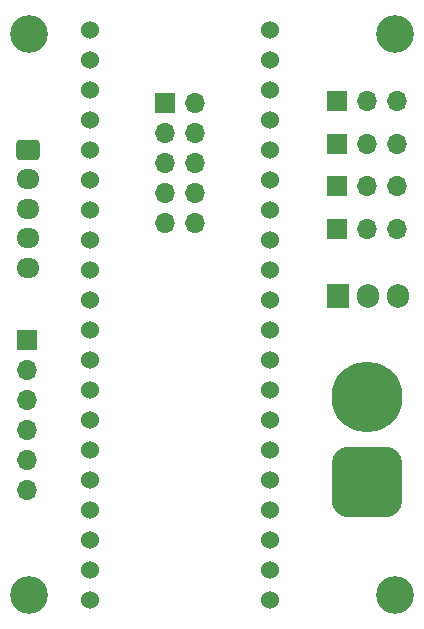
<source format=gbr>
%TF.GenerationSoftware,KiCad,Pcbnew,(6.0.8)*%
%TF.CreationDate,2022-11-08T22:30:31-08:00*%
%TF.ProjectId,ShittyOBC,53686974-7479-44f4-9243-2e6b69636164,rev?*%
%TF.SameCoordinates,Original*%
%TF.FileFunction,Soldermask,Top*%
%TF.FilePolarity,Negative*%
%FSLAX46Y46*%
G04 Gerber Fmt 4.6, Leading zero omitted, Abs format (unit mm)*
G04 Created by KiCad (PCBNEW (6.0.8)) date 2022-11-08 22:30:31*
%MOMM*%
%LPD*%
G01*
G04 APERTURE LIST*
G04 Aperture macros list*
%AMRoundRect*
0 Rectangle with rounded corners*
0 $1 Rounding radius*
0 $2 $3 $4 $5 $6 $7 $8 $9 X,Y pos of 4 corners*
0 Add a 4 corners polygon primitive as box body*
4,1,4,$2,$3,$4,$5,$6,$7,$8,$9,$2,$3,0*
0 Add four circle primitives for the rounded corners*
1,1,$1+$1,$2,$3*
1,1,$1+$1,$4,$5*
1,1,$1+$1,$6,$7*
1,1,$1+$1,$8,$9*
0 Add four rect primitives between the rounded corners*
20,1,$1+$1,$2,$3,$4,$5,0*
20,1,$1+$1,$4,$5,$6,$7,0*
20,1,$1+$1,$6,$7,$8,$9,0*
20,1,$1+$1,$8,$9,$2,$3,0*%
G04 Aperture macros list end*
%ADD10C,3.200000*%
%ADD11R,1.905000X2.000000*%
%ADD12O,1.905000X2.000000*%
%ADD13R,1.700000X1.700000*%
%ADD14O,1.700000X1.700000*%
%ADD15RoundRect,1.500000X1.500000X-1.500000X1.500000X1.500000X-1.500000X1.500000X-1.500000X-1.500000X0*%
%ADD16C,6.000000*%
%ADD17RoundRect,0.250000X-0.725000X0.600000X-0.725000X-0.600000X0.725000X-0.600000X0.725000X0.600000X0*%
%ADD18O,1.950000X1.700000*%
%ADD19C,1.524000*%
G04 APERTURE END LIST*
D10*
%TO.C,H3*%
X131000000Y-73500000D03*
%TD*%
D11*
%TO.C,U2*%
X157160000Y-95645000D03*
D12*
X159700000Y-95645000D03*
X162240000Y-95645000D03*
%TD*%
D10*
%TO.C,H4*%
X162000000Y-121000000D03*
%TD*%
D13*
%TO.C,J8*%
X130850000Y-99370000D03*
D14*
X130850000Y-101910000D03*
X130850000Y-104450000D03*
X130850000Y-106990000D03*
X130850000Y-109530000D03*
X130850000Y-112070000D03*
%TD*%
D15*
%TO.C,J1*%
X159650000Y-111450000D03*
D16*
X159650000Y-104250000D03*
%TD*%
D10*
%TO.C,H1*%
X131000000Y-121000000D03*
%TD*%
D13*
%TO.C,J7*%
X157050000Y-86400000D03*
D14*
X159590000Y-86400000D03*
X162130000Y-86400000D03*
%TD*%
D10*
%TO.C,H2*%
X162000000Y-73500000D03*
%TD*%
D17*
%TO.C,J4*%
X130900000Y-83300000D03*
D18*
X130900000Y-85800000D03*
X130900000Y-88300000D03*
X130900000Y-90800000D03*
X130900000Y-93300000D03*
%TD*%
D19*
%TO.C,U3*%
X136130000Y-121380000D03*
X151370000Y-78200000D03*
X136130000Y-116300000D03*
X151370000Y-73120000D03*
X151370000Y-75660000D03*
X136130000Y-118840000D03*
X151370000Y-80740000D03*
X151370000Y-111220000D03*
X151370000Y-108680000D03*
X151370000Y-106140000D03*
X151370000Y-103600000D03*
X151370000Y-101060000D03*
X151370000Y-98520000D03*
X151370000Y-95980000D03*
X151370000Y-93440000D03*
X136130000Y-83280000D03*
X136130000Y-85820000D03*
X136130000Y-88360000D03*
X136130000Y-90900000D03*
X136130000Y-93440000D03*
X136130000Y-95980000D03*
X151370000Y-90900000D03*
X151370000Y-88360000D03*
X136130000Y-98520000D03*
X136130000Y-101060000D03*
X136130000Y-103600000D03*
X136130000Y-106140000D03*
X136130000Y-108680000D03*
X136130000Y-111220000D03*
X136130000Y-113760000D03*
X151370000Y-85820000D03*
X151370000Y-83280000D03*
X136130000Y-73120000D03*
X136130000Y-75660000D03*
X136130000Y-78200000D03*
X136130000Y-80740000D03*
X151370000Y-118840000D03*
X151370000Y-116300000D03*
X151370000Y-113760000D03*
X151370000Y-121380000D03*
%TD*%
D13*
%TO.C,J2*%
X157050000Y-82800000D03*
D14*
X159590000Y-82800000D03*
X162130000Y-82800000D03*
%TD*%
D13*
%TO.C,J3*%
X157050000Y-90000000D03*
D14*
X159590000Y-90000000D03*
X162130000Y-90000000D03*
%TD*%
D13*
%TO.C,J6*%
X157050000Y-79200000D03*
D14*
X159590000Y-79200000D03*
X162130000Y-79200000D03*
%TD*%
D13*
%TO.C,J5*%
X142500000Y-79350000D03*
D14*
X145040000Y-79350000D03*
X142500000Y-81890000D03*
X145040000Y-81890000D03*
X142500000Y-84430000D03*
X145040000Y-84430000D03*
X142500000Y-86970000D03*
X145040000Y-86970000D03*
X142500000Y-89510000D03*
X145040000Y-89510000D03*
%TD*%
M02*

</source>
